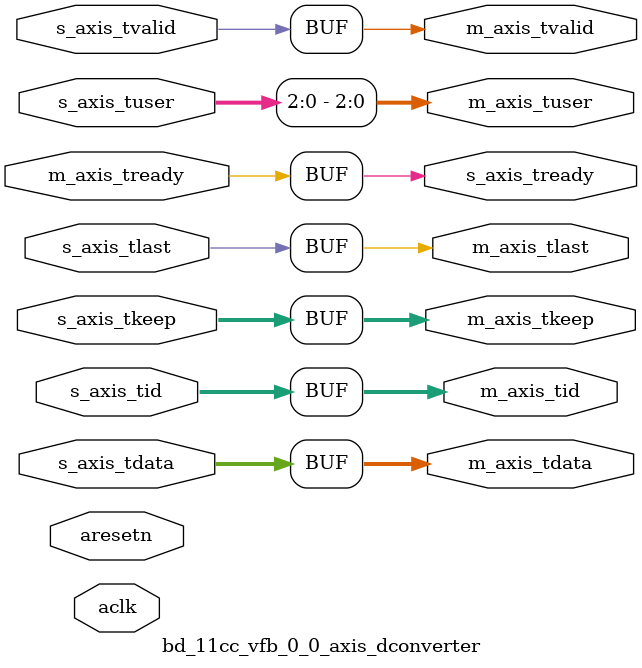
<source format=v>
`timescale 1ps/1ps
module bd_11cc_vfb_0_0_axis_dconverter (
  input aclk,
  input aresetn,
  input s_axis_tvalid,
  output s_axis_tready,
  input [64-1:0] s_axis_tdata,
  input [8-1:0] s_axis_tkeep,
  input [32-1:0]  s_axis_tid,
  input [24-1:0] s_axis_tuser,
  input s_axis_tlast,
  output m_axis_tvalid,
  input m_axis_tready,
  output [64-1:0] m_axis_tdata,
  output [8-1:0] m_axis_tkeep,
  output [32-1:0]  m_axis_tid,
  output [3-1:0] m_axis_tuser,
  output m_axis_tlast
);
  assign m_axis_tvalid = s_axis_tvalid;
  assign m_axis_tdata  = s_axis_tdata ;
  assign m_axis_tkeep  = s_axis_tkeep ;
  assign m_axis_tid    = s_axis_tid   ;
  assign m_axis_tuser  = s_axis_tuser ;
  assign m_axis_tlast  = s_axis_tlast ;
  assign s_axis_tready = m_axis_tready;

endmodule

</source>
